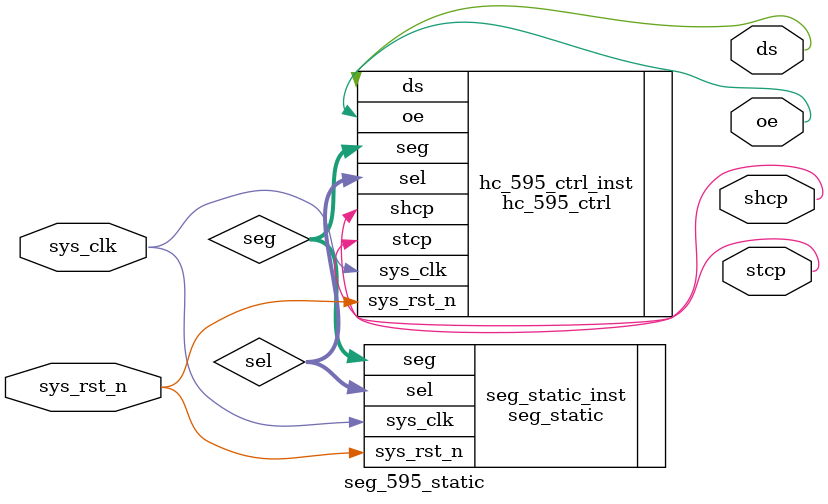
<source format=v>
module seg_595_static 
(
    input   wire    sys_clk,
    input   wire    sys_rst_n,
    
    output  wire            ds,
    output  wire            shcp,
    output  wire            stcp,
    output  wire            oe
    
);
parameter   CNT_MAX = 25'd24_999_999;

wire        [5:0]   sel;
wire        [7:0]   seg;

seg_static
#(
    .CNT_MAX    (CNT_MAX)
)
seg_static_inst
(
    .sys_clk    (sys_clk),
    .sys_rst_n  (sys_rst_n),
    
    .sel        (sel),
    .seg        (seg)
);

hc_595_ctrl hc_595_ctrl_inst
(
    .sys_clk    (sys_clk)   ,
    .sys_rst_n  (sys_rst_n) ,
    .sel        (sel)   ,
    .seg        (seg)   ,

    .ds         (ds)    ,
    .shcp       (shcp)  ,
    .stcp       (stcp)  ,
    .oe         (oe)    
);

endmodule
</source>
